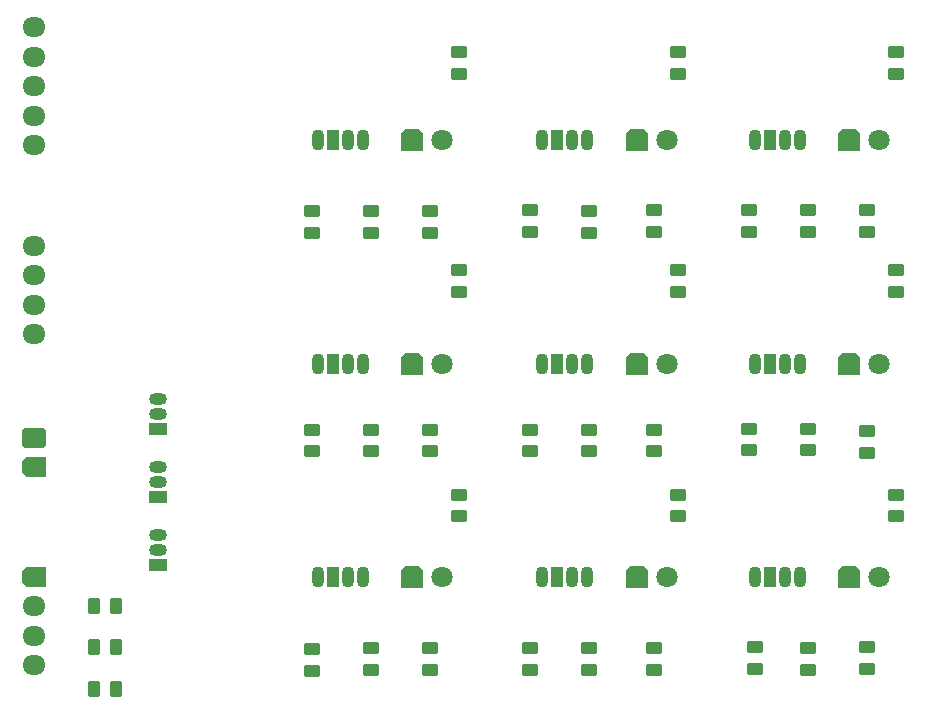
<source format=gbr>
G04 #@! TF.GenerationSoftware,KiCad,Pcbnew,8.0.0*
G04 #@! TF.CreationDate,2024-03-14T11:38:26-06:00*
G04 #@! TF.ProjectId,ColorSensor,436f6c6f-7253-4656-9e73-6f722e6b6963,A*
G04 #@! TF.SameCoordinates,Original*
G04 #@! TF.FileFunction,Soldermask,Top*
G04 #@! TF.FilePolarity,Negative*
%FSLAX46Y46*%
G04 Gerber Fmt 4.6, Leading zero omitted, Abs format (unit mm)*
G04 Created by KiCad (PCBNEW 8.0.0) date 2024-03-14 11:38:26*
%MOMM*%
%LPD*%
G01*
G04 APERTURE LIST*
G04 Aperture macros list*
%AMRoundRect*
0 Rectangle with rounded corners*
0 $1 Rounding radius*
0 $2 $3 $4 $5 $6 $7 $8 $9 X,Y pos of 4 corners*
0 Add a 4 corners polygon primitive as box body*
4,1,4,$2,$3,$4,$5,$6,$7,$8,$9,$2,$3,0*
0 Add four circle primitives for the rounded corners*
1,1,$1+$1,$2,$3*
1,1,$1+$1,$4,$5*
1,1,$1+$1,$6,$7*
1,1,$1+$1,$8,$9*
0 Add four rect primitives between the rounded corners*
20,1,$1+$1,$2,$3,$4,$5,0*
20,1,$1+$1,$4,$5,$6,$7,0*
20,1,$1+$1,$6,$7,$8,$9,0*
20,1,$1+$1,$8,$9,$2,$3,0*%
%AMOutline5P*
0 Free polygon, 5 corners , with rotation*
0 The origin of the aperture is its center*
0 number of corners: always 5*
0 $1 to $10 corner X, Y*
0 $11 Rotation angle, in degrees counterclockwise*
0 create outline with 5 corners*
4,1,5,$1,$2,$3,$4,$5,$6,$7,$8,$9,$10,$1,$2,$11*%
%AMOutline6P*
0 Free polygon, 6 corners , with rotation*
0 The origin of the aperture is its center*
0 number of corners: always 6*
0 $1 to $12 corner X, Y*
0 $13 Rotation angle, in degrees counterclockwise*
0 create outline with 6 corners*
4,1,6,$1,$2,$3,$4,$5,$6,$7,$8,$9,$10,$11,$12,$1,$2,$13*%
%AMOutline7P*
0 Free polygon, 7 corners , with rotation*
0 The origin of the aperture is its center*
0 number of corners: always 7*
0 $1 to $14 corner X, Y*
0 $15 Rotation angle, in degrees counterclockwise*
0 create outline with 7 corners*
4,1,7,$1,$2,$3,$4,$5,$6,$7,$8,$9,$10,$11,$12,$13,$14,$1,$2,$15*%
%AMOutline8P*
0 Free polygon, 8 corners , with rotation*
0 The origin of the aperture is its center*
0 number of corners: always 8*
0 $1 to $16 corner X, Y*
0 $17 Rotation angle, in degrees counterclockwise*
0 create outline with 8 corners*
4,1,8,$1,$2,$3,$4,$5,$6,$7,$8,$9,$10,$11,$12,$13,$14,$15,$16,$1,$2,$17*%
G04 Aperture macros list end*
%ADD10RoundRect,0.250000X0.450000X-0.262500X0.450000X0.262500X-0.450000X0.262500X-0.450000X-0.262500X0*%
%ADD11Outline6P,-0.900000X0.540000X-0.540000X0.900000X0.540000X0.900000X0.900000X0.540000X0.900000X-0.900000X-0.900000X-0.900000X0.000000*%
%ADD12C,1.800000*%
%ADD13RoundRect,0.250000X-0.450000X0.262500X-0.450000X-0.262500X0.450000X-0.262500X0.450000X0.262500X0*%
%ADD14O,1.950000X1.700000*%
%ADD15R,1.500000X1.050000*%
%ADD16O,1.500000X1.050000*%
%ADD17O,1.070000X1.800000*%
%ADD18R,1.070000X1.800000*%
%ADD19RoundRect,0.250000X-0.262500X-0.450000X0.262500X-0.450000X0.262500X0.450000X-0.262500X0.450000X0*%
%ADD20Outline6P,-0.850000X0.660000X-0.510000X1.000000X0.510000X1.000000X0.850000X0.660000X0.850000X-1.000000X-0.850000X-1.000000X90.000000*%
%ADD21RoundRect,0.250000X0.750000X-0.600000X0.750000X0.600000X-0.750000X0.600000X-0.750000X-0.600000X0*%
%ADD22Outline6P,-0.850000X0.635000X-0.510000X0.975000X0.510000X0.975000X0.850000X0.635000X0.850000X-0.975000X-0.850000X-0.975000X90.000000*%
G04 APERTURE END LIST*
D10*
X125500000Y-107412500D03*
X125500000Y-105587500D03*
D11*
X134000000Y-81000000D03*
D12*
X136540000Y-81000000D03*
D13*
X156500000Y-92087500D03*
X156500000Y-93912500D03*
D11*
X171000000Y-100000000D03*
D12*
X173540000Y-100000000D03*
D10*
X135500000Y-88912500D03*
X135500000Y-87087500D03*
D11*
X153000000Y-118000000D03*
D12*
X155540000Y-118000000D03*
D14*
X101975000Y-81500000D03*
X101975000Y-79000000D03*
X101975000Y-76500000D03*
X101975000Y-74000000D03*
X101975000Y-71500000D03*
D13*
X138000000Y-73587500D03*
X138000000Y-75412500D03*
D10*
X172500000Y-125825000D03*
X172500000Y-124000000D03*
D15*
X112500000Y-105500000D03*
D16*
X112500000Y-104230000D03*
X112500000Y-102960000D03*
D17*
X126000000Y-100000000D03*
D18*
X127270000Y-100000000D03*
D17*
X128540000Y-100000000D03*
X129810000Y-100000000D03*
D13*
X175000000Y-92087500D03*
X175000000Y-93912500D03*
D11*
X153000000Y-100000000D03*
D12*
X155540000Y-100000000D03*
D10*
X125500000Y-126000000D03*
X125500000Y-124175000D03*
D15*
X112500000Y-117000000D03*
D16*
X112500000Y-115730000D03*
X112500000Y-114460000D03*
D10*
X154500000Y-88825000D03*
X154500000Y-87000000D03*
X130500000Y-125912500D03*
X130500000Y-124087500D03*
X172500000Y-88825000D03*
X172500000Y-87000000D03*
X167500000Y-107325000D03*
X167500000Y-105500000D03*
D11*
X171000000Y-81000000D03*
D12*
X173540000Y-81000000D03*
D10*
X167500000Y-88825000D03*
X167500000Y-87000000D03*
X135500000Y-125912500D03*
X135500000Y-124087500D03*
D19*
X107087500Y-127500000D03*
X108912500Y-127500000D03*
D13*
X175000000Y-73587500D03*
X175000000Y-75412500D03*
D15*
X112500000Y-111270000D03*
D16*
X112500000Y-110000000D03*
X112500000Y-108730000D03*
D10*
X130500000Y-107412500D03*
X130500000Y-105587500D03*
D17*
X163000000Y-100000000D03*
D18*
X164270000Y-100000000D03*
D17*
X165540000Y-100000000D03*
X166810000Y-100000000D03*
D10*
X154500000Y-125912500D03*
X154500000Y-124087500D03*
X149000000Y-125912500D03*
X149000000Y-124087500D03*
D11*
X153000000Y-81000000D03*
D12*
X155540000Y-81000000D03*
D10*
X144000000Y-107412500D03*
X144000000Y-105587500D03*
X135500000Y-107412500D03*
X135500000Y-105587500D03*
X154500000Y-107412500D03*
X154500000Y-105587500D03*
D19*
X107087500Y-124000000D03*
X108912500Y-124000000D03*
D10*
X130500000Y-88912500D03*
X130500000Y-87087500D03*
D11*
X171000000Y-118000000D03*
D12*
X173540000Y-118000000D03*
D13*
X138000000Y-111087500D03*
X138000000Y-112912500D03*
D17*
X145000000Y-100000000D03*
D18*
X146270000Y-100000000D03*
D17*
X147540000Y-100000000D03*
X148810000Y-100000000D03*
D10*
X149000000Y-88912500D03*
X149000000Y-87087500D03*
D17*
X145000000Y-118000000D03*
D18*
X146270000Y-118000000D03*
D17*
X147540000Y-118000000D03*
X148810000Y-118000000D03*
D10*
X167500000Y-125912500D03*
X167500000Y-124087500D03*
D20*
X101975000Y-108750000D03*
D21*
X101975000Y-106250000D03*
D10*
X125500000Y-88912500D03*
X125500000Y-87087500D03*
D13*
X175000000Y-111087500D03*
X175000000Y-112912500D03*
D10*
X162500000Y-107325000D03*
X162500000Y-105500000D03*
D19*
X107087500Y-120500000D03*
X108912500Y-120500000D03*
D10*
X163000000Y-125825000D03*
X163000000Y-124000000D03*
D13*
X138000000Y-92087500D03*
X138000000Y-93912500D03*
D10*
X149000000Y-107412500D03*
X149000000Y-105587500D03*
D17*
X163000000Y-81000000D03*
D18*
X164270000Y-81000000D03*
D17*
X165540000Y-81000000D03*
X166810000Y-81000000D03*
X126000000Y-118000000D03*
D18*
X127270000Y-118000000D03*
D17*
X128540000Y-118000000D03*
X129810000Y-118000000D03*
X145000000Y-81000000D03*
D18*
X146270000Y-81000000D03*
D17*
X147540000Y-81000000D03*
X148810000Y-81000000D03*
D10*
X172500000Y-107500000D03*
X172500000Y-105675000D03*
D14*
X102000000Y-97500000D03*
X102000000Y-95000000D03*
X102000000Y-92500000D03*
X102000000Y-90000000D03*
D10*
X144000000Y-125912500D03*
X144000000Y-124087500D03*
D11*
X134000000Y-100000000D03*
D12*
X136540000Y-100000000D03*
D13*
X156500000Y-73587500D03*
X156500000Y-75412500D03*
D11*
X134000000Y-118000000D03*
D12*
X136540000Y-118000000D03*
D17*
X163000000Y-118000000D03*
D18*
X164270000Y-118000000D03*
D17*
X165540000Y-118000000D03*
X166810000Y-118000000D03*
D10*
X162500000Y-88825000D03*
X162500000Y-87000000D03*
D17*
X126000000Y-81000000D03*
D18*
X127270000Y-81000000D03*
D17*
X128540000Y-81000000D03*
X129810000Y-81000000D03*
D13*
X156500000Y-111087500D03*
X156500000Y-112912500D03*
D10*
X144000000Y-88825000D03*
X144000000Y-87000000D03*
D14*
X101975000Y-125500000D03*
X101975000Y-123000000D03*
X101975000Y-120500000D03*
D22*
X101975000Y-118000000D03*
M02*

</source>
